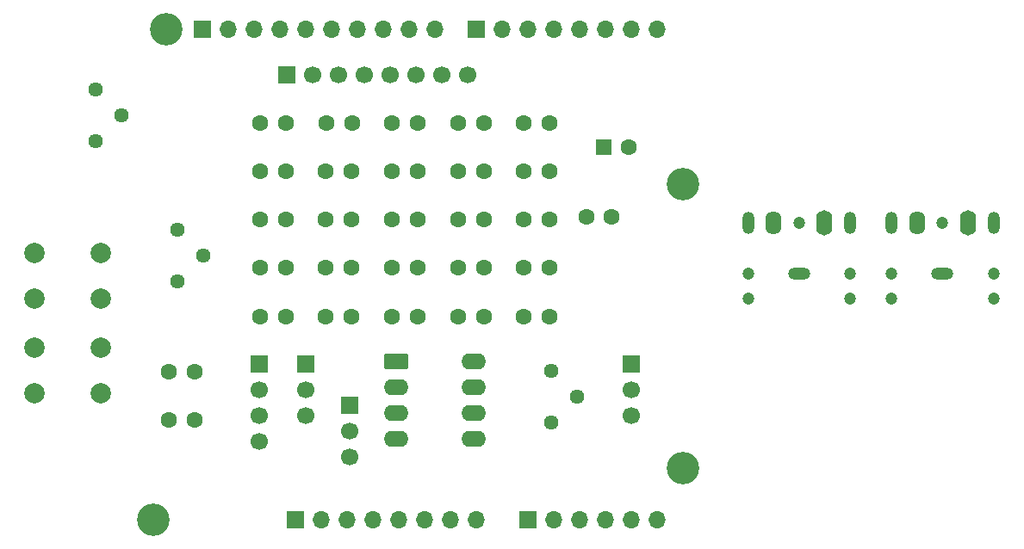
<source format=gbr>
%TF.GenerationSoftware,KiCad,Pcbnew,9.0.7*%
%TF.CreationDate,2026-02-04T13:13:08-07:00*%
%TF.ProjectId,Uno_Shield_DSP_Class_v1,556e6f5f-5368-4696-956c-645f4453505f,rev?*%
%TF.SameCoordinates,Original*%
%TF.FileFunction,Soldermask,Bot*%
%TF.FilePolarity,Negative*%
%FSLAX46Y46*%
G04 Gerber Fmt 4.6, Leading zero omitted, Abs format (unit mm)*
G04 Created by KiCad (PCBNEW 9.0.7) date 2026-02-04 13:13:08*
%MOMM*%
%LPD*%
G01*
G04 APERTURE LIST*
G04 Aperture macros list*
%AMRoundRect*
0 Rectangle with rounded corners*
0 $1 Rounding radius*
0 $2 $3 $4 $5 $6 $7 $8 $9 X,Y pos of 4 corners*
0 Add a 4 corners polygon primitive as box body*
4,1,4,$2,$3,$4,$5,$6,$7,$8,$9,$2,$3,0*
0 Add four circle primitives for the rounded corners*
1,1,$1+$1,$2,$3*
1,1,$1+$1,$4,$5*
1,1,$1+$1,$6,$7*
1,1,$1+$1,$8,$9*
0 Add four rect primitives between the rounded corners*
20,1,$1+$1,$2,$3,$4,$5,0*
20,1,$1+$1,$4,$5,$6,$7,0*
20,1,$1+$1,$6,$7,$8,$9,0*
20,1,$1+$1,$8,$9,$2,$3,0*%
G04 Aperture macros list end*
%ADD10R,1.700000X1.700000*%
%ADD11O,1.700000X1.700000*%
%ADD12C,1.600000*%
%ADD13C,2.000000*%
%ADD14C,1.700000*%
%ADD15C,1.200000*%
%ADD16O,1.200000X2.200000*%
%ADD17O,1.600000X2.300000*%
%ADD18O,2.200000X1.200000*%
%ADD19O,1.600000X2.500000*%
%ADD20RoundRect,0.250000X-0.550000X-0.550000X0.550000X-0.550000X0.550000X0.550000X-0.550000X0.550000X0*%
%ADD21C,3.200000*%
%ADD22C,1.440000*%
%ADD23RoundRect,0.250000X-0.950000X-0.550000X0.950000X-0.550000X0.950000X0.550000X-0.950000X0.550000X0*%
%ADD24O,2.400000X1.600000*%
G04 APERTURE END LIST*
D10*
%TO.C,J1*%
X127940000Y-97460000D03*
D11*
X130480000Y-97460000D03*
X133020000Y-97460000D03*
X135560000Y-97460000D03*
X138100000Y-97460000D03*
X140640000Y-97460000D03*
X143180000Y-97460000D03*
X145720000Y-97460000D03*
%TD*%
D10*
%TO.C,J3*%
X150800000Y-97460000D03*
D11*
X153340000Y-97460000D03*
X155880000Y-97460000D03*
X158420000Y-97460000D03*
X160960000Y-97460000D03*
X163500000Y-97460000D03*
%TD*%
D10*
%TO.C,J2*%
X118796000Y-49200000D03*
D11*
X121336000Y-49200000D03*
X123876000Y-49200000D03*
X126416000Y-49200000D03*
X128956000Y-49200000D03*
X131496000Y-49200000D03*
X134036000Y-49200000D03*
X136576000Y-49200000D03*
X139116000Y-49200000D03*
X141656000Y-49200000D03*
%TD*%
D10*
%TO.C,J4*%
X145720000Y-49200000D03*
D11*
X148260000Y-49200000D03*
X150800000Y-49200000D03*
X153340000Y-49200000D03*
X155880000Y-49200000D03*
X158420000Y-49200000D03*
X160960000Y-49200000D03*
X163500000Y-49200000D03*
%TD*%
D12*
%TO.C,R9*%
X130920000Y-63200000D03*
X133460000Y-63200000D03*
%TD*%
%TO.C,R13*%
X137410000Y-58450000D03*
X139950000Y-58450000D03*
%TD*%
%TO.C,R14*%
X137410000Y-63200000D03*
X139950000Y-63200000D03*
%TD*%
%TO.C,R18*%
X143900000Y-58450000D03*
X146440000Y-58450000D03*
%TD*%
%TO.C,R4*%
X124430000Y-63200000D03*
X126970000Y-63200000D03*
%TD*%
%TO.C,R15*%
X137410000Y-67950000D03*
X139950000Y-67950000D03*
%TD*%
%TO.C,R19*%
X143900000Y-63200000D03*
X146440000Y-63200000D03*
%TD*%
%TO.C,C2*%
X156530000Y-67650000D03*
X159030000Y-67650000D03*
%TD*%
%TO.C,R7*%
X124430000Y-77450000D03*
X126970000Y-77450000D03*
%TD*%
%TO.C,R21*%
X143900000Y-72700000D03*
X146440000Y-72700000D03*
%TD*%
D13*
%TO.C,SW2*%
X102280000Y-80560000D03*
X108780000Y-80560000D03*
X102280000Y-85060000D03*
X108780000Y-85060000D03*
%TD*%
D12*
%TO.C,R20*%
X143900000Y-67950000D03*
X146440000Y-67950000D03*
%TD*%
%TO.C,R6*%
X124430000Y-72700000D03*
X126970000Y-72700000D03*
%TD*%
D10*
%TO.C,J7*%
X128940000Y-82120000D03*
D14*
X128940000Y-84660000D03*
X128940000Y-87200000D03*
%TD*%
D12*
%TO.C,R10*%
X130920000Y-67950000D03*
X133460000Y-67950000D03*
%TD*%
D10*
%TO.C,J5*%
X127080000Y-53720000D03*
D14*
X129620000Y-53720000D03*
X132160000Y-53720000D03*
X134700000Y-53720000D03*
X137240000Y-53720000D03*
X139780000Y-53720000D03*
X142320000Y-53720000D03*
X144860000Y-53720000D03*
%TD*%
D12*
%TO.C,R26*%
X150390000Y-72700000D03*
X152930000Y-72700000D03*
%TD*%
D15*
%TO.C,J11*%
X186550000Y-73220000D03*
X186550000Y-75720000D03*
X191550000Y-68220000D03*
X196550000Y-73220000D03*
X196550000Y-75720000D03*
D16*
X186550000Y-68220000D03*
D17*
X189050000Y-68220000D03*
D18*
X191550000Y-73220000D03*
D16*
X196550000Y-68220000D03*
D19*
X194050000Y-68220000D03*
%TD*%
D12*
%TO.C,R5*%
X124430000Y-67950000D03*
X126970000Y-67950000D03*
%TD*%
D20*
%TO.C,C1*%
X158224698Y-60850000D03*
D12*
X160724698Y-60850000D03*
%TD*%
D21*
%TO.C,MH1*%
X115240000Y-49200000D03*
%TD*%
D12*
%TO.C,R24*%
X150390000Y-63200000D03*
X152930000Y-63200000D03*
%TD*%
%TO.C,R12*%
X130920000Y-77450000D03*
X133460000Y-77450000D03*
%TD*%
D13*
%TO.C,SW1*%
X102280000Y-71210000D03*
X108780000Y-71210000D03*
X102280000Y-75710000D03*
X108780000Y-75710000D03*
%TD*%
D12*
%TO.C,R11*%
X130920000Y-72700000D03*
X133460000Y-72700000D03*
%TD*%
%TO.C,R22*%
X143900000Y-77450000D03*
X146440000Y-77450000D03*
%TD*%
D10*
%TO.C,J12*%
X133260000Y-86170000D03*
D14*
X133260000Y-88710000D03*
X133260000Y-91250000D03*
%TD*%
D12*
%TO.C,R1*%
X115440000Y-82870000D03*
X117980000Y-82870000D03*
%TD*%
%TO.C,R27*%
X150390000Y-77450000D03*
X152930000Y-77450000D03*
%TD*%
%TO.C,R17*%
X137410000Y-77450000D03*
X139950000Y-77450000D03*
%TD*%
%TO.C,R25*%
X150390000Y-67950000D03*
X152930000Y-67950000D03*
%TD*%
%TO.C,R16*%
X137410000Y-72700000D03*
X139950000Y-72700000D03*
%TD*%
D22*
%TO.C,RV1*%
X108320000Y-60190000D03*
X110860000Y-57650000D03*
X108320000Y-55110000D03*
%TD*%
D12*
%TO.C,R2*%
X115440000Y-87620000D03*
X117980000Y-87620000D03*
%TD*%
D23*
%TO.C,U1*%
X137870000Y-81930000D03*
D24*
X137870000Y-84470000D03*
X137870000Y-87010000D03*
X137870000Y-89550000D03*
X145490000Y-89550000D03*
X145490000Y-87010000D03*
X145490000Y-84470000D03*
X145490000Y-81930000D03*
%TD*%
D10*
%TO.C,J9*%
X160910000Y-82120000D03*
D14*
X160910000Y-84660000D03*
X160910000Y-87200000D03*
%TD*%
D12*
%TO.C,R3*%
X124430000Y-58450000D03*
X126970000Y-58450000D03*
%TD*%
D15*
%TO.C,J10*%
X172430000Y-73220000D03*
X172430000Y-75720000D03*
X177430000Y-68220000D03*
X182430000Y-73220000D03*
X182430000Y-75720000D03*
D16*
X172430000Y-68220000D03*
D17*
X174930000Y-68220000D03*
D18*
X177430000Y-73220000D03*
D16*
X182430000Y-68220000D03*
D19*
X179930000Y-68220000D03*
%TD*%
D22*
%TO.C,RV3*%
X153090000Y-87910000D03*
X155630000Y-85370000D03*
X153090000Y-82830000D03*
%TD*%
%TO.C,RV2*%
X116335000Y-74040000D03*
X118875000Y-71500000D03*
X116335000Y-68960000D03*
%TD*%
D21*
%TO.C,MH2*%
X113970000Y-97460000D03*
%TD*%
%TO.C,MH3*%
X166040000Y-64440000D03*
%TD*%
%TO.C,MH4*%
X166040000Y-92380000D03*
%TD*%
D12*
%TO.C,R8*%
X130960000Y-58450000D03*
X133500000Y-58450000D03*
%TD*%
D10*
%TO.C,J6*%
X124350000Y-82120000D03*
D14*
X124350000Y-84660000D03*
X124350000Y-87200000D03*
X124350000Y-89740000D03*
%TD*%
D12*
%TO.C,R23*%
X150390000Y-58450000D03*
X152930000Y-58450000D03*
%TD*%
M02*

</source>
